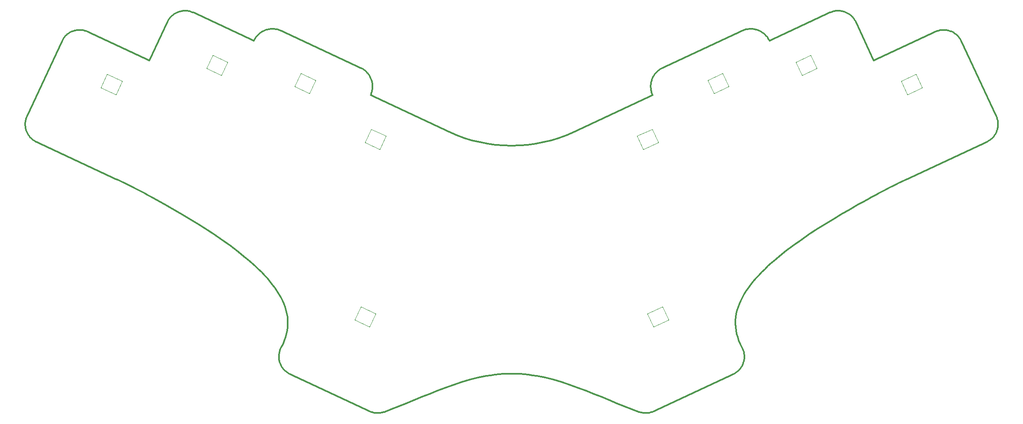
<source format=gm1>
%TF.GenerationSoftware,KiCad,Pcbnew,7.0.5*%
%TF.CreationDate,2023-06-04T15:55:19-04:00*%
%TF.ProjectId,epsilon-kb,65707369-6c6f-46e2-9d6b-622e6b696361,rev?*%
%TF.SameCoordinates,Original*%
%TF.FileFunction,Profile,NP*%
%FSLAX46Y46*%
G04 Gerber Fmt 4.6, Leading zero omitted, Abs format (unit mm)*
G04 Created by KiCad (PCBNEW 7.0.5) date 2023-06-04 15:55:19*
%MOMM*%
%LPD*%
G01*
G04 APERTURE LIST*
%TA.AperFunction,Profile*%
%ADD10C,0.349999*%
%TD*%
%TA.AperFunction,Profile*%
%ADD11C,0.120000*%
%TD*%
G04 APERTURE END LIST*
D10*
X101175181Y-58524631D02*
X100968103Y-58512033D01*
X58146973Y-60034216D02*
X58017902Y-60183466D01*
X201017337Y-58924198D02*
X200831103Y-58840890D01*
X158205634Y-81412529D02*
X156586862Y-81815796D01*
X180882034Y-66613045D02*
X180693358Y-66719134D01*
X216072669Y-54937466D02*
X215880490Y-54999014D01*
X197722018Y-124793231D02*
X197657997Y-124595282D01*
X220816833Y-57087914D02*
X220725125Y-56903558D01*
X178675804Y-69703200D02*
X178648488Y-69906199D01*
X241982142Y-60183415D02*
X241853070Y-60034163D01*
X249046758Y-80816258D02*
X249173490Y-80668778D01*
X161967850Y-131696041D02*
X163633087Y-132292782D01*
X50029701Y-77208398D02*
X49988394Y-77402665D01*
X80273566Y-55682952D02*
X80126086Y-55809682D01*
X178738475Y-71350772D02*
X178793051Y-71556250D01*
X238552064Y-58740164D02*
X238357043Y-58761718D01*
X195573364Y-129544926D02*
X195765426Y-129449141D01*
X145685561Y-129754130D02*
X146546737Y-129640644D01*
X196127043Y-129231700D02*
X196296350Y-129110796D01*
X102128926Y-125595805D02*
X102117811Y-125797242D01*
X217433146Y-54784900D02*
X217239501Y-54777731D01*
X198824857Y-58524617D02*
X198617650Y-58547513D01*
X50163199Y-79501994D02*
X50233128Y-79680738D01*
X99168916Y-58840880D02*
X98982680Y-58924188D01*
X206387817Y-104240681D02*
X207959060Y-103057301D01*
X238746962Y-58728306D02*
X238552064Y-58740164D01*
X178893218Y-137301381D02*
X179077956Y-137231410D01*
X176201264Y-137285580D02*
X176389330Y-137348798D01*
X200447946Y-58701428D02*
X200251732Y-58645534D01*
X220151152Y-56085872D02*
X220015612Y-55944004D01*
X200831103Y-58840890D02*
X200641187Y-58766589D01*
X50707527Y-80515817D02*
X50826508Y-80668765D01*
X50826508Y-80668765D02*
X50953239Y-80816245D01*
X242219539Y-60503592D02*
X242104410Y-60339933D01*
X202188098Y-59748768D02*
X202037568Y-59606011D01*
X212900421Y-99673946D02*
X214579956Y-98609699D01*
X197022848Y-128399579D02*
X197143269Y-128238642D01*
X50101872Y-79320118D02*
X50163199Y-79501994D01*
X196296350Y-129110796D02*
X196457819Y-128982277D01*
X82954932Y-54780050D02*
X82760495Y-54777768D01*
X152590942Y-129551479D02*
X153453262Y-129640681D01*
X241575848Y-59757933D02*
X241428367Y-59631201D01*
X219543716Y-95643308D02*
X221135650Y-94738766D01*
X102261094Y-126983479D02*
X102318805Y-127173926D01*
X153308339Y-82353483D02*
X151656039Y-82487903D01*
X220517619Y-56555300D02*
X220402491Y-56391640D01*
X103830337Y-120534687D02*
X103918038Y-119845655D01*
X158593384Y-130653355D02*
X160287277Y-131145381D01*
X50398301Y-80027502D02*
X50493302Y-80194850D01*
X197657997Y-124595282D02*
X197583022Y-124399167D01*
X151656039Y-82487903D02*
X150000015Y-82532708D01*
X83927314Y-54937489D02*
X83733924Y-54886126D01*
X239895029Y-58853952D02*
X239707892Y-58810191D01*
X96960602Y-60964144D02*
X96960602Y-60964144D01*
X98622669Y-59117314D02*
X98449605Y-59226874D01*
X202090652Y-107927509D02*
X202753433Y-107300213D01*
X249403584Y-80357747D02*
X249506702Y-80194864D01*
X98982680Y-58924188D02*
X98800480Y-59016375D01*
X121119636Y-68913851D02*
X121045338Y-68723936D01*
X82086837Y-96591671D02*
X80456315Y-95643253D01*
X196234222Y-117113705D02*
X196392761Y-116437023D01*
X80426515Y-55563971D02*
X80273566Y-55682952D01*
X83733924Y-54886126D02*
X83539657Y-54844822D01*
X221135635Y-94738773D02*
X222678924Y-93880726D01*
X199851812Y-58562065D02*
X199648816Y-58534749D01*
X237391756Y-59019165D02*
X237203004Y-59101439D01*
X162935304Y-79665040D02*
X162935304Y-79665040D01*
X62608206Y-59019181D02*
X62417574Y-58947333D01*
X121324154Y-69703227D02*
X121287184Y-69502135D01*
X180512011Y-66833517D02*
X180338124Y-66955840D01*
X97962435Y-59605994D02*
X97811902Y-59748752D01*
X102001262Y-58679325D02*
X101795785Y-58624748D01*
X102408000Y-58821062D02*
X102205452Y-58744719D01*
X226927933Y-91610165D02*
X227570481Y-91278964D01*
X179458681Y-67836632D02*
X179340627Y-68004595D01*
X75485267Y-65018108D02*
X62796959Y-59101452D01*
X248621279Y-81222545D02*
X248770531Y-81093475D01*
X230968598Y-89595112D02*
X231454956Y-89366275D01*
X50493302Y-80194850D02*
X50596418Y-80357733D01*
X119828168Y-67085785D02*
X119661874Y-66955878D01*
X216254821Y-97581424D02*
X217913192Y-96591747D01*
X238357043Y-58761718D02*
X238162230Y-58793086D01*
X62225397Y-58885790D02*
X62032008Y-58834427D01*
X202469245Y-60058080D02*
X202332109Y-59899501D01*
X237582391Y-58947311D02*
X237391756Y-59019165D01*
X121261485Y-71350781D02*
X121305372Y-71144373D01*
X49935474Y-77792497D02*
X49923619Y-77987391D01*
X50049267Y-79135446D02*
X50101872Y-79320118D01*
X224514740Y-65018108D02*
X224514740Y-65018108D01*
X102600258Y-124013967D02*
X102502998Y-124205283D01*
X220625275Y-56725980D02*
X220517619Y-56555300D01*
X224514740Y-65018108D02*
X220816833Y-57087918D01*
X196309403Y-121226101D02*
X196169709Y-120534771D01*
X202753433Y-107300213D02*
X203439881Y-106677738D01*
X179585101Y-67674126D02*
X179458681Y-67836632D01*
X176964516Y-137480830D02*
X177158723Y-137505686D01*
X242518752Y-61036208D02*
X249703277Y-76443440D01*
X216460330Y-54844792D02*
X216266061Y-54886100D01*
X151727768Y-129487301D02*
X152590940Y-129551502D01*
X126796494Y-136143841D02*
X128333970Y-135526249D01*
X196597108Y-115763026D02*
X196845917Y-115091808D01*
X178858444Y-71760440D02*
X178934784Y-71962989D01*
X87099640Y-99673840D02*
X85420096Y-98609600D01*
X103703612Y-129110820D02*
X103872917Y-129231724D01*
X179037936Y-68537667D02*
X178954626Y-68723902D01*
X171666014Y-135526263D02*
X173203491Y-136143855D01*
X123610626Y-137348769D02*
X123798691Y-137285550D01*
X201880872Y-59471360D02*
X201718366Y-59344942D01*
X229926162Y-90097576D02*
X230458938Y-89838893D01*
X197825794Y-126594824D02*
X197854757Y-126397399D01*
X178648488Y-69906199D02*
X178630959Y-70110752D01*
X97530750Y-60058063D02*
X97400842Y-60224360D01*
X103872917Y-129231724D02*
X104049934Y-129344632D01*
X119306649Y-66719171D02*
X119117979Y-66613081D01*
X120414880Y-67674164D02*
X120280230Y-67517465D01*
X179077956Y-137231410D02*
X179259796Y-137152042D01*
X51378717Y-81222534D02*
X51535231Y-81344800D01*
X138616449Y-80337128D02*
X137064728Y-79665012D01*
X220015612Y-55944004D02*
X219873934Y-55809644D01*
X101795785Y-58624748D02*
X101589376Y-58580859D01*
X240954447Y-59297990D02*
X240787096Y-59202989D01*
X162935304Y-79665040D02*
X161383581Y-80337151D01*
X99358833Y-58766582D02*
X99168916Y-58840880D01*
X166909913Y-133573009D02*
X168518005Y-134231227D01*
X101589376Y-58580859D02*
X101382390Y-58547529D01*
X82760495Y-54777768D02*
X82566851Y-54784939D01*
X61253019Y-58728355D02*
X61058584Y-58726075D01*
X201550404Y-59226888D02*
X201377343Y-59117327D01*
X178661258Y-70937375D02*
X178694589Y-71144362D01*
X121287184Y-69502135D02*
X121240688Y-69303306D01*
X83344846Y-54813454D02*
X83149828Y-54791904D01*
X79374754Y-56726011D02*
X79274905Y-56903586D01*
X59045577Y-59298055D02*
X58882696Y-59401172D01*
X50311535Y-79856019D02*
X50398301Y-80027502D01*
X161383581Y-80337151D02*
X159805784Y-80919647D01*
X120740173Y-137152050D02*
X120922014Y-137231417D01*
X218193125Y-54905665D02*
X218005988Y-54861904D01*
X102608551Y-58908478D02*
X102408000Y-58821062D01*
X51535231Y-81344800D02*
X51698890Y-81459928D01*
X176579465Y-137402402D02*
X176771312Y-137446406D01*
X84498878Y-55153156D02*
X84310125Y-55070883D01*
X57672857Y-60674312D02*
X57573009Y-60851888D01*
X97058043Y-60768266D02*
X96960602Y-60964144D01*
X99947124Y-58599036D02*
X99748291Y-58645530D01*
X177158723Y-137505686D02*
X177353577Y-137520985D01*
X103877318Y-117792869D02*
X103765846Y-117113574D01*
X180338124Y-66955840D02*
X180171826Y-67085747D01*
X102277947Y-124793255D02*
X102224758Y-124992657D01*
X58282513Y-59892351D02*
X58146973Y-60034216D01*
X228792359Y-90659230D02*
X229370515Y-90371067D01*
X50233128Y-79680738D02*
X50311535Y-79856019D01*
X99157113Y-109195545D02*
X98546821Y-108559239D01*
X238941402Y-58726021D02*
X238746962Y-58728306D01*
X101742630Y-112436726D02*
X101293197Y-111781109D01*
X216655142Y-54813425D02*
X216460330Y-54844792D01*
X217045062Y-54780014D02*
X216850165Y-54791872D01*
X197998781Y-58679298D02*
X197794591Y-58744688D01*
X148272232Y-129487293D02*
X149135970Y-129448596D01*
X197583022Y-124399167D02*
X197496965Y-124205261D01*
X197537863Y-127545173D02*
X197614116Y-127361267D01*
X102462100Y-127545198D02*
X102547435Y-127725266D01*
X101382390Y-58547529D02*
X101175181Y-58524631D01*
X58571666Y-59631261D02*
X58424190Y-59757992D01*
X178132393Y-137486981D02*
X178325173Y-137454754D01*
X145046842Y-82129436D02*
X143413168Y-81815781D01*
X121065182Y-71962990D02*
X121141519Y-71760445D01*
X102641729Y-127901119D02*
X102744856Y-128072378D01*
X81086311Y-55167977D02*
X80914828Y-55254743D01*
X121206911Y-71556256D02*
X121261485Y-71350781D01*
X178759273Y-69303275D02*
X178712775Y-69502108D01*
X49970710Y-78759048D02*
X50005506Y-78948311D01*
X177548728Y-137526751D02*
X177743815Y-137522994D01*
X197471374Y-113758130D02*
X197845093Y-113095898D01*
X150000015Y-82532708D02*
X148343991Y-82487900D01*
X103388634Y-128846540D02*
X103542142Y-128982299D01*
X199031933Y-58512022D02*
X198824857Y-58524617D01*
X143413168Y-81815781D02*
X141794395Y-81412512D01*
X195765426Y-129449141D02*
X195950028Y-129344608D01*
X177743815Y-137522994D02*
X177938490Y-137509732D01*
X198410662Y-58580838D02*
X198204257Y-58624723D01*
X141406615Y-130653341D02*
X143111694Y-130231709D01*
X121106754Y-137301385D02*
X121294034Y-137361941D01*
X120977768Y-72163539D02*
X120977768Y-72163539D01*
X228192169Y-90961926D02*
X228792359Y-90659230D01*
X178880327Y-68913821D02*
X178815166Y-69107063D01*
X249857426Y-76822831D02*
X249785580Y-76632199D01*
X119487992Y-66833555D02*
X119306649Y-66719171D01*
X102341968Y-124595306D02*
X102277947Y-124793255D01*
X240440330Y-59037813D02*
X240261581Y-58967884D01*
X102385848Y-127361292D02*
X102462100Y-127545198D01*
X49921337Y-78181829D02*
X49928504Y-78375473D01*
X59738429Y-58967950D02*
X59559685Y-59037879D01*
X196845917Y-115091808D02*
X197137832Y-114423473D01*
X241428367Y-59631201D02*
X241275416Y-59512217D01*
X176389330Y-137348798D02*
X176579465Y-137402402D01*
X100555765Y-58517221D02*
X100351214Y-58534752D01*
X97811902Y-59748752D02*
X97667889Y-59899484D01*
X120137476Y-67366935D02*
X119986747Y-67222924D01*
X220280225Y-56235124D02*
X220151152Y-56085872D01*
X75117524Y-92686299D02*
X74416893Y-92314076D01*
X98800480Y-59016375D02*
X98622669Y-59117314D01*
X250043005Y-77597482D02*
X250011639Y-77402671D01*
X248770531Y-81093475D02*
X248912398Y-80957935D01*
X179862512Y-67366896D02*
X179719753Y-67517427D01*
X121674803Y-137454750D02*
X121867582Y-137486975D01*
X178638362Y-70730166D02*
X178661258Y-70937375D01*
X120922014Y-137231417D02*
X121106754Y-137301385D01*
X83539657Y-54844822D02*
X83344846Y-54813454D01*
X173203505Y-136143856D02*
X174715439Y-136731754D01*
X70073843Y-90097575D02*
X69541055Y-89838894D01*
X121338699Y-70937388D02*
X121361596Y-70730182D01*
X197845093Y-113095898D02*
X198257463Y-112436900D01*
X179022201Y-72163540D02*
X179022201Y-72163540D01*
X103498237Y-121919658D02*
X103690635Y-121226032D01*
X119661874Y-66955878D02*
X119487992Y-66833555D01*
X81994015Y-54861945D02*
X81806880Y-54905705D01*
X247768495Y-81759148D02*
X231454956Y-89366275D01*
X218005988Y-54861904D02*
X217816725Y-54827107D01*
X198204257Y-58624723D02*
X197998781Y-58679298D01*
X100289520Y-110480618D02*
X99738571Y-109836071D01*
X59920303Y-58906622D02*
X59738429Y-58967950D01*
X73072075Y-91610157D02*
X72429519Y-91278957D01*
X103243208Y-128703918D02*
X103388634Y-128846540D01*
X96960602Y-60964144D02*
X84498878Y-55153156D01*
X237203004Y-59101439D02*
X224514740Y-65018108D01*
X249506702Y-80194864D02*
X249601705Y-80027515D01*
X128333984Y-135526257D02*
X129896179Y-134885784D01*
X178793051Y-71556250D02*
X178858444Y-71760440D01*
X178694589Y-71144362D02*
X178738475Y-71350772D01*
X239135047Y-58733190D02*
X238941402Y-58726021D01*
X153453262Y-129640652D02*
X154314438Y-129754139D01*
X241853070Y-60034163D02*
X241717528Y-59892294D01*
X80914828Y-55254743D02*
X80747479Y-55349745D01*
X249918972Y-77015012D02*
X249857426Y-76822831D01*
X49957026Y-77597476D02*
X49935474Y-77792497D01*
X103252617Y-122615537D02*
X103498237Y-121919658D01*
X249601705Y-80027515D02*
X249688472Y-79856032D01*
X220725125Y-56903558D02*
X220625275Y-56725980D01*
X81261590Y-55089568D02*
X81086311Y-55167977D01*
X61447913Y-58740209D02*
X61253019Y-58728355D01*
X215501098Y-55153141D02*
X203039383Y-60964157D01*
X224882492Y-92686322D02*
X225583114Y-92314091D01*
X50596418Y-80357733D02*
X50707527Y-80515817D01*
X51229465Y-81093462D02*
X51378717Y-81222534D01*
X149135971Y-129448582D02*
X150000000Y-129435680D01*
X121483502Y-137413068D02*
X121674803Y-137454750D01*
X168518020Y-134231236D02*
X170103836Y-134885784D01*
X237774570Y-58885762D02*
X237582391Y-58947311D01*
X178630959Y-70110752D02*
X178623340Y-70316499D01*
X200842987Y-109195728D02*
X201453262Y-108559414D01*
X196747407Y-122615565D02*
X196501784Y-121919712D01*
X249173490Y-80668778D02*
X249292472Y-80515831D01*
X202332109Y-59899501D02*
X202188098Y-59748768D01*
X99738571Y-109836071D02*
X99157113Y-109195545D01*
X197794591Y-58744688D02*
X197592043Y-58821025D01*
X198617650Y-58547513D02*
X198410662Y-58580838D01*
X195573364Y-129544926D02*
X195573364Y-129544926D01*
X249688472Y-79856032D02*
X249766881Y-79680751D01*
X196169693Y-120534763D02*
X196081985Y-119845737D01*
X155174178Y-129891140D02*
X156032226Y-130050695D01*
X181077911Y-66515606D02*
X197391449Y-58908478D01*
X102502998Y-124205283D02*
X102416942Y-124399191D01*
X219415420Y-55452821D02*
X219252537Y-55349702D01*
X50296737Y-76443443D02*
X50214463Y-76632197D01*
X59559685Y-59037879D02*
X59384406Y-59116287D01*
X58882696Y-59401172D02*
X58724614Y-59512282D01*
X217816725Y-54827107D02*
X217625666Y-54801400D01*
X62796959Y-59101452D02*
X62796959Y-59101452D01*
X138032148Y-131696033D02*
X139712723Y-131145374D01*
X102174171Y-126594850D02*
X102212840Y-126790327D01*
X241275416Y-59512217D02*
X241117333Y-59401107D01*
X50953239Y-80816245D02*
X51087599Y-80957921D01*
X120869844Y-68355503D02*
X120768906Y-68177695D01*
X83745209Y-97581333D02*
X82086837Y-96591671D01*
X137064728Y-79665012D02*
X137064728Y-79665012D01*
X60481368Y-58775456D02*
X60292106Y-58810253D01*
X250064553Y-77792503D02*
X250043005Y-77597482D01*
X58017902Y-60183466D02*
X57895637Y-60339981D01*
X196392776Y-116437023D02*
X196597122Y-115763027D01*
X102116903Y-125998243D02*
X102126077Y-126198430D01*
X197871038Y-125595778D02*
X197849593Y-125394284D01*
X215689854Y-55070866D02*
X215501098Y-55153141D01*
X49988394Y-77402665D02*
X49957026Y-77597476D01*
X98546821Y-108559239D02*
X97909431Y-107927334D01*
X196756753Y-128703895D02*
X196893969Y-128554791D01*
X240787096Y-59202989D02*
X240615610Y-59116222D01*
X119986747Y-67222924D02*
X119828168Y-67085785D01*
X125284576Y-136731754D02*
X126796509Y-136143841D01*
X237967962Y-58834394D02*
X237774570Y-58885762D01*
X248912398Y-80957935D02*
X249046758Y-80816258D01*
X211228562Y-100771603D02*
X212900421Y-99673946D01*
X60672424Y-58749748D02*
X60481368Y-58775456D01*
X250011639Y-77402671D02*
X249970334Y-77208402D01*
X196082017Y-119845745D02*
X196045608Y-119159077D01*
X217913193Y-96591740D02*
X219543701Y-95643307D01*
X97400842Y-60224360D02*
X97278518Y-60398246D01*
X199648816Y-58534749D02*
X199444267Y-58517217D01*
X104234535Y-129449165D02*
X104426597Y-129544949D01*
X241117333Y-59401107D02*
X240954447Y-59297990D01*
X196122743Y-117792996D02*
X196234222Y-117113712D01*
X79597535Y-56391675D02*
X79482407Y-56555332D01*
X219873934Y-55809644D02*
X219726453Y-55682912D01*
X225583114Y-92314091D02*
X226265214Y-91955288D01*
X51869565Y-81567583D02*
X52047144Y-81667432D01*
X88771500Y-100771481D02*
X87099640Y-99673840D01*
X57895637Y-60339981D02*
X57780512Y-60503636D01*
X250029306Y-78759059D02*
X250055016Y-78568001D01*
X79274905Y-56903586D02*
X79183197Y-57087940D01*
X102154991Y-113095722D02*
X101742630Y-112436726D01*
X120740173Y-137152050D02*
X120740173Y-137152050D01*
X100761513Y-58509606D02*
X100555765Y-58517221D01*
X197452528Y-127725241D02*
X197537863Y-127545173D01*
X180171826Y-67085747D02*
X180013245Y-67222884D01*
X72429519Y-91278957D02*
X71807831Y-90961918D01*
X131481979Y-134231236D02*
X133090072Y-133573002D01*
X197681161Y-127173900D02*
X197738871Y-126983453D01*
X81622209Y-54958311D02*
X81440334Y-55019641D01*
X199238523Y-58509598D02*
X199031933Y-58512022D01*
X198257463Y-112436900D02*
X198706909Y-111781284D01*
X121184796Y-69107092D02*
X121119636Y-68913851D01*
X200261535Y-109836247D02*
X200843002Y-109195721D01*
X214579956Y-98609699D02*
X216254838Y-97581425D01*
X76570633Y-93469898D02*
X75835762Y-93071665D01*
X202941944Y-60768282D02*
X202835856Y-60579606D01*
X150864028Y-129448589D02*
X151727768Y-129487286D01*
X197592043Y-58821025D02*
X197391494Y-58908440D01*
X102600258Y-124013967D02*
X102953377Y-123313648D01*
X203039383Y-60964157D02*
X202941944Y-60768282D01*
X177353577Y-137520985D02*
X177548728Y-137526751D01*
X202037568Y-59606011D02*
X201880872Y-59471360D01*
X98281641Y-59344928D02*
X98119133Y-59471344D01*
X60292106Y-58810253D02*
X60104973Y-58854015D01*
X71807831Y-90961918D02*
X71207642Y-90659220D01*
X219726453Y-55682912D02*
X219573504Y-55563930D01*
X248130427Y-81567592D02*
X248301106Y-81459938D01*
X120541295Y-67836670D02*
X120414880Y-67674164D01*
X90422981Y-101900051D02*
X88771499Y-100771488D01*
X242518752Y-61036208D02*
X242427044Y-60851852D01*
X99552077Y-58701422D02*
X99358833Y-58766582D01*
X103154159Y-115091656D02*
X102862259Y-114423313D01*
X202835856Y-60579606D02*
X202721473Y-60398262D01*
X230458938Y-89838893D02*
X230968597Y-89595104D01*
X203039383Y-60964157D02*
X203039383Y-60964157D01*
X96560211Y-106677578D02*
X95851829Y-106060154D01*
X121294034Y-137361941D02*
X121483502Y-137413068D01*
X122646391Y-137520969D02*
X122841243Y-137505665D01*
X238162230Y-58793086D02*
X237967962Y-58834394D01*
X103542142Y-128982299D02*
X103703612Y-129110820D01*
X174715423Y-136731754D02*
X176201263Y-137285587D01*
X99748291Y-58645530D02*
X99552077Y-58701422D01*
X58724614Y-59512282D02*
X58571666Y-59631261D01*
X123035448Y-137480808D02*
X123228651Y-137446382D01*
X249836811Y-79502006D02*
X249898140Y-79320130D01*
X49945004Y-78567991D02*
X49970710Y-78759048D01*
X195950028Y-129344608D02*
X196127043Y-129231700D01*
X197255106Y-128072353D02*
X197358234Y-127901094D01*
X61837742Y-58793124D02*
X61642931Y-58761759D01*
X129896164Y-134885783D02*
X131481979Y-134231236D01*
X201453262Y-108559414D02*
X202090652Y-107927509D01*
X197775206Y-124992631D02*
X197722018Y-124793231D01*
X97667889Y-59899484D02*
X97530750Y-60058063D01*
X79984411Y-55944044D02*
X79848871Y-56085909D01*
X121867582Y-137486975D02*
X122061485Y-137509725D01*
X79848871Y-56085909D02*
X79719801Y-56235160D01*
X201199535Y-59016386D02*
X201017337Y-58924198D01*
X197817689Y-125193109D02*
X197775206Y-124992631D01*
X197738871Y-126983453D02*
X197787125Y-126790302D01*
X62032008Y-58834427D02*
X61837742Y-58793124D01*
X248464763Y-81344811D02*
X248621279Y-81222545D01*
X178625765Y-70523089D02*
X178638362Y-70730166D01*
X163633072Y-132292782D02*
X165281037Y-132922717D01*
X69031394Y-89595112D02*
X68545035Y-89366276D01*
X197496965Y-124205261D02*
X197399704Y-124013943D01*
X178934784Y-71962989D02*
X179022201Y-72163540D01*
X50214463Y-76632197D02*
X50142613Y-76822830D01*
X250071517Y-78375482D02*
X250078688Y-78181837D01*
X179259796Y-137152042D02*
X179259796Y-137152042D01*
X81806880Y-54905705D02*
X81622209Y-54958311D01*
X197849593Y-125394284D02*
X197817689Y-125193109D01*
X218738422Y-55089526D02*
X218559675Y-55019597D01*
X165281051Y-132922726D02*
X166909927Y-133573017D01*
X82374334Y-54801439D02*
X82183277Y-54827148D01*
X121368998Y-70110771D02*
X121351468Y-69906223D01*
X93612259Y-104240527D02*
X92040999Y-103057157D01*
X224164245Y-93071697D02*
X224882492Y-92686322D01*
X59384406Y-59116287D02*
X59212926Y-59203053D01*
X73734793Y-91955273D02*
X73072075Y-91610157D01*
X222678924Y-93880726D02*
X223429381Y-93469930D01*
X121374192Y-70523106D02*
X121376618Y-70316519D01*
X123798736Y-137285581D02*
X125284576Y-136731747D01*
X215880490Y-54999014D02*
X215689854Y-55070866D01*
X196045593Y-119159068D02*
X196059494Y-118474797D01*
X217625666Y-54801400D02*
X217433146Y-54784900D01*
X102744856Y-128072378D02*
X102856693Y-128238666D01*
X81440334Y-55019641D02*
X81261590Y-55089568D01*
X79719801Y-56235160D02*
X79597535Y-56391675D01*
X242327194Y-60674273D02*
X242219539Y-60503592D01*
X178712775Y-69502108D02*
X178675804Y-69703200D01*
X216266061Y-54886100D02*
X216072669Y-54937466D01*
X136366913Y-132292773D02*
X138032148Y-131696033D01*
X83149828Y-54791904D02*
X82954932Y-54780050D01*
X218913703Y-55167934D02*
X218738422Y-55089526D01*
X85420096Y-98609600D02*
X83745209Y-97581333D01*
X79183174Y-57087914D02*
X75485267Y-65018108D01*
X98119133Y-59471344D02*
X97962435Y-59605994D01*
X179259796Y-137152042D02*
X195573364Y-129544926D01*
X77321090Y-93880688D02*
X76570633Y-93469898D01*
X58424190Y-59757992D02*
X58282513Y-59892351D01*
X178954626Y-68723902D02*
X178880327Y-68913821D01*
X62417574Y-58947333D02*
X62225397Y-58885790D01*
X179130125Y-68355467D02*
X179037936Y-68537667D01*
X57481247Y-61036209D02*
X50296737Y-76443443D01*
X178623340Y-70316499D02*
X178625765Y-70523089D01*
X61642931Y-58761759D02*
X61447913Y-58740209D01*
X122841243Y-137505665D02*
X123035448Y-137480808D01*
X250055016Y-78568001D02*
X250071517Y-78375482D01*
X219252537Y-55349702D02*
X219085186Y-55254699D01*
X122061485Y-137509725D02*
X122256157Y-137522984D01*
X102205452Y-58744719D02*
X102001262Y-58679325D01*
X201718366Y-59344942D02*
X201550404Y-59226888D01*
X78864380Y-94738720D02*
X77321090Y-93880688D01*
X140194247Y-80919627D02*
X138616449Y-80337128D01*
X197873888Y-126198404D02*
X197883061Y-125998216D01*
X200641187Y-58766589D02*
X200447946Y-58701428D01*
X82183277Y-54827148D02*
X81994015Y-54861945D01*
X249994509Y-78948323D02*
X250029306Y-78759059D01*
X196893969Y-128554791D02*
X197022848Y-128399579D01*
X178815166Y-69107063D02*
X178759273Y-69303275D01*
X250076408Y-77987399D02*
X250064553Y-77792503D01*
X84310125Y-55070883D02*
X84119492Y-54999036D01*
X207959077Y-103057301D02*
X209577102Y-101900181D01*
X119117979Y-66613081D02*
X118922104Y-66515640D01*
X84498878Y-55153156D02*
X84498878Y-55153156D01*
X204876860Y-105448170D02*
X206387817Y-104240681D01*
X102117811Y-125797242D02*
X102116903Y-125998243D01*
X249898140Y-79320130D02*
X249950747Y-79135458D01*
X156586862Y-81815796D02*
X154953189Y-82129445D01*
X218559675Y-55019597D02*
X218377798Y-54958269D01*
X121376618Y-70316519D02*
X121368998Y-70110771D01*
X196501785Y-121919704D02*
X196309402Y-121226093D01*
X121141519Y-71760445D02*
X121206911Y-71556256D01*
X121305372Y-71144373D02*
X121338699Y-70937388D01*
X143967774Y-130050686D02*
X144825821Y-129891133D01*
X102547435Y-127725266D02*
X102641729Y-127901119D01*
X60104973Y-58854015D02*
X59920303Y-58906622D01*
X59212926Y-59203053D02*
X59045577Y-59298055D01*
X199191803Y-111129200D02*
X199710556Y-110480801D01*
X199710573Y-110480801D02*
X200261535Y-109836253D01*
X146691691Y-82353475D02*
X145046842Y-82129436D01*
X217239501Y-54777731D02*
X217045062Y-54780014D01*
X240079703Y-58906557D02*
X239895029Y-58853952D01*
X69541055Y-89838894D02*
X69031394Y-89595112D01*
X121361596Y-70730182D02*
X121374192Y-70523106D01*
X70629494Y-90371058D02*
X70073843Y-90097575D01*
X95851829Y-106060154D02*
X95123230Y-105448010D01*
X199444267Y-58517217D02*
X199238523Y-58509598D01*
X122451244Y-137526738D02*
X122646391Y-137520969D01*
X50005506Y-78948311D02*
X50049267Y-79135446D01*
X120280230Y-67517465D02*
X120137476Y-67366935D01*
X52047144Y-81667432D02*
X52231498Y-81759140D01*
X102862259Y-114423313D02*
X102528709Y-113757961D01*
X146546737Y-129640644D02*
X147409057Y-129551442D01*
X160287262Y-131145382D02*
X161967834Y-131696041D01*
X197046631Y-123313656D02*
X196747407Y-122615565D01*
X226265214Y-91955288D02*
X226927933Y-91610165D01*
X197854757Y-126397399D02*
X197873888Y-126198404D01*
X95123230Y-105448010D02*
X93612259Y-104240527D01*
X49923619Y-77987391D02*
X49921337Y-78181829D01*
X241717528Y-59892294D02*
X241575848Y-59757933D01*
X103940559Y-118474681D02*
X103877358Y-117792858D01*
X156888305Y-130231724D02*
X158593384Y-130653355D01*
X102224758Y-124992657D02*
X102182274Y-125193134D01*
X84119492Y-54999036D02*
X83927314Y-54937489D01*
X197137832Y-114423473D02*
X197471391Y-113758130D01*
X178516473Y-137413068D02*
X178705940Y-137361939D01*
X102953377Y-123313640D02*
X103252617Y-122615527D01*
X219573504Y-55563930D02*
X219415420Y-55452821D01*
X97909431Y-107927334D02*
X97246651Y-107300045D01*
X98449605Y-59226874D02*
X98281641Y-59344928D01*
X209577102Y-101900181D02*
X211228562Y-100771603D01*
X250078688Y-78181837D02*
X250076408Y-77987399D01*
X50142613Y-76822830D02*
X50081066Y-77015009D01*
X49928504Y-78375473D02*
X49945004Y-78567991D01*
X242427044Y-60851852D02*
X242327194Y-60674273D01*
X75835762Y-93071665D02*
X75117524Y-92686299D01*
X51698890Y-81459928D02*
X51869565Y-81567583D01*
X239327568Y-58749690D02*
X239135047Y-58733190D01*
X102182274Y-125193134D02*
X102150372Y-125394309D01*
X102416942Y-124399191D02*
X102341968Y-124595306D01*
X75485267Y-65018108D02*
X75485267Y-65018108D01*
X79482407Y-56555332D02*
X79374754Y-56726011D01*
X229370512Y-90371059D02*
X229926162Y-90097576D01*
X179340627Y-68004595D02*
X179231066Y-68177658D01*
X61058584Y-58726075D02*
X60864940Y-58733246D01*
X180013245Y-67222884D02*
X179862512Y-67366896D01*
X102856693Y-128238666D02*
X102977114Y-128399603D01*
X100968103Y-58512033D02*
X100761513Y-58509606D01*
X179022201Y-72163540D02*
X162935304Y-79665040D01*
X176771312Y-137446406D02*
X176964516Y-137480830D01*
X219085186Y-55254699D02*
X218913703Y-55167934D01*
X120962031Y-68537700D02*
X120869844Y-68355503D01*
X97246651Y-107300045D02*
X96560211Y-106677578D01*
X159805784Y-80919647D02*
X158205634Y-81412529D01*
X197883061Y-125998216D02*
X197882153Y-125797216D01*
X121240688Y-69303306D02*
X121184796Y-69107092D01*
X247952847Y-81667441D02*
X248130427Y-81567592D01*
X52231497Y-81759148D02*
X68545035Y-89366276D01*
X200251732Y-58645534D02*
X200052904Y-58599037D01*
X103918022Y-119845646D02*
X103954423Y-119158963D01*
X57573009Y-60851888D02*
X57481299Y-61036240D01*
X196059494Y-118474804D02*
X196122696Y-117792994D01*
X242104410Y-60339933D02*
X241982142Y-60183415D01*
X144825821Y-129891133D02*
X145685578Y-129754131D01*
X249785580Y-76632199D02*
X249703307Y-76443443D01*
X120977768Y-72163539D02*
X121065182Y-71962990D01*
X204148254Y-106060321D02*
X204876861Y-105448177D01*
X50081066Y-77015009D02*
X50029701Y-77208398D01*
X237203004Y-59101439D02*
X237203004Y-59101439D01*
X196457819Y-128982277D02*
X196611328Y-128846516D01*
X180693358Y-66719134D02*
X180512011Y-66833517D01*
X240261581Y-58967884D02*
X240079703Y-58906557D01*
X97278518Y-60398246D02*
X97164133Y-60579591D01*
X92040999Y-103057157D02*
X90422981Y-101900051D01*
X60864940Y-58733246D02*
X60672424Y-58749748D01*
X216850165Y-54791872D02*
X216655142Y-54813425D01*
X203439880Y-106677746D02*
X204148254Y-106060321D01*
X133090072Y-133573002D02*
X134718947Y-132922711D01*
X177938490Y-137509732D02*
X178132393Y-137486981D01*
X240615610Y-59116222D02*
X240440330Y-59037813D01*
X104426597Y-129544949D02*
X104426597Y-129544949D01*
X100351214Y-58534752D02*
X100148215Y-58562066D01*
X103765846Y-117113574D02*
X103607307Y-116436885D01*
X220402491Y-56391640D02*
X220280225Y-56235124D01*
X197882153Y-125797216D02*
X197871038Y-125595778D01*
X80747479Y-55349745D02*
X80584597Y-55452860D01*
X51087599Y-80957921D02*
X51229465Y-81093462D01*
X147409057Y-129551479D02*
X148272231Y-129487277D01*
X181077911Y-66515606D02*
X180882034Y-66613045D01*
X239707892Y-58810191D02*
X239518628Y-58775396D01*
X134718947Y-132922711D02*
X136366913Y-132292773D01*
X102212840Y-126790327D02*
X102261094Y-126983479D01*
X202599151Y-60224377D02*
X202469245Y-60058080D01*
X215501098Y-55153141D02*
X215501098Y-55153141D01*
X82566851Y-54784939D02*
X82374334Y-54801439D01*
X179719753Y-67517427D02*
X179585101Y-67674126D01*
X102126077Y-126198430D02*
X102145206Y-126397425D01*
X197787125Y-126790302D02*
X197825794Y-126594824D01*
X197614116Y-127361267D02*
X197681161Y-127173900D01*
X103607307Y-116436878D02*
X103402969Y-115762875D01*
X101293197Y-111781109D02*
X100808281Y-111129025D01*
X104049934Y-129344632D02*
X104234535Y-129449165D01*
X123420494Y-137402375D02*
X123610626Y-137348769D01*
X249970334Y-77208402D02*
X249918972Y-77015012D01*
X100148215Y-58562066D02*
X99947124Y-58599036D01*
X239518628Y-58775396D02*
X239327568Y-58749690D01*
X100808281Y-111129025D02*
X100289519Y-110480626D01*
X141794395Y-81412512D02*
X140194247Y-80919627D01*
X150000000Y-129435642D02*
X150864028Y-129448543D01*
X249766881Y-79680751D02*
X249836811Y-79502006D01*
X103954460Y-119158962D02*
X103940559Y-118474681D01*
X249292472Y-80515831D02*
X249403584Y-80357747D01*
X80584597Y-55452860D02*
X80426515Y-55563971D01*
X197143269Y-128238642D02*
X197255106Y-128072353D01*
X200052904Y-58599037D02*
X199851812Y-58562065D01*
X103690635Y-121226032D02*
X103830337Y-120534687D01*
X102318805Y-127173926D02*
X102385848Y-127361292D01*
X197399733Y-124013968D02*
X197046631Y-123313656D01*
X103402969Y-115762882D02*
X103154159Y-115091656D01*
X202721473Y-60398262D02*
X202599151Y-60224377D01*
X102977114Y-128399603D02*
X103105995Y-128554811D01*
X139712723Y-131145374D02*
X141406617Y-130653346D01*
X223429381Y-93469930D02*
X224164245Y-93071697D01*
X196611328Y-128846516D02*
X196756753Y-128703895D01*
X154314423Y-129754147D02*
X155174179Y-129891148D01*
X118922089Y-66515606D02*
X102608551Y-58908478D01*
X154953189Y-82129445D02*
X153308339Y-82353483D01*
X102150372Y-125394309D02*
X102128926Y-125595805D01*
X249950747Y-79135458D02*
X249994509Y-78948323D01*
X170103836Y-134885784D02*
X171666032Y-135526262D01*
X121351468Y-69906223D02*
X121324154Y-69703227D01*
X201377343Y-59117327D02*
X201199535Y-59016386D01*
X178325173Y-137454754D02*
X178516473Y-137413068D01*
X80126086Y-55809682D02*
X79984411Y-55944044D01*
X57780512Y-60503636D02*
X57672857Y-60674312D01*
X137064728Y-79665012D02*
X120977768Y-72163539D01*
X179231066Y-68177658D02*
X179130125Y-68355467D01*
X148343991Y-82487900D02*
X146691691Y-82353475D01*
X248301106Y-81459938D02*
X248464763Y-81344811D01*
X156032226Y-130050695D02*
X156888290Y-130231724D01*
X71207642Y-90659220D02*
X70629494Y-90371058D01*
X74416893Y-92314076D02*
X73734793Y-91955273D01*
X227570480Y-91278973D02*
X228192169Y-90961926D01*
X197358234Y-127901094D02*
X197452528Y-127725241D01*
X122256157Y-137522984D02*
X122451244Y-137526738D01*
X123228651Y-137446382D02*
X123420494Y-137402375D01*
X178705940Y-137361939D02*
X178893218Y-137301381D01*
X97164133Y-60579591D02*
X97058043Y-60768266D01*
X247768495Y-81759148D02*
X247952847Y-81667441D01*
X80456321Y-95643246D02*
X78864380Y-94738720D01*
X103105995Y-128554811D02*
X103243208Y-128703918D01*
X143111694Y-130231716D02*
X143967758Y-130050686D01*
X62796959Y-59101452D02*
X62608206Y-59019181D01*
X198706893Y-111781283D02*
X199191803Y-111129200D01*
X102528709Y-113757961D02*
X102154991Y-113095722D01*
X104426597Y-129544949D02*
X120740173Y-137152050D01*
X120659347Y-68004632D02*
X120541295Y-67836670D01*
X102145206Y-126397425D02*
X102174171Y-126594850D01*
X121045338Y-68723936D02*
X120962031Y-68537700D01*
X218377798Y-54958269D02*
X218193125Y-54905665D01*
X120768906Y-68177695D02*
X120659347Y-68004632D01*
D11*
%TO.C,D10*%
X177951778Y-117073839D02*
X179219633Y-119792763D01*
X182301080Y-118355861D02*
X181033225Y-115636937D01*
X179219633Y-119792763D02*
X182301080Y-118355861D01*
X181033225Y-115636937D02*
X177951778Y-117073839D01*
%TO.C,D6*%
X194684627Y-70377112D02*
X193416772Y-67658188D01*
X190335325Y-69095090D02*
X191603180Y-71814014D01*
X191603180Y-71814014D02*
X194684627Y-70377112D01*
X193416772Y-67658188D02*
X190335325Y-69095090D01*
%TO.C,D3*%
X108396821Y-71814014D02*
X109664676Y-69095090D01*
X109664676Y-69095090D02*
X106583229Y-67658188D01*
X106583229Y-67658188D02*
X105315374Y-70377112D01*
X105315374Y-70377112D02*
X108396821Y-71814014D01*
%TO.C,D9*%
X122048222Y-117073838D02*
X118966775Y-115636936D01*
X120780367Y-119792762D02*
X122048222Y-117073838D01*
X117698920Y-118355860D02*
X120780367Y-119792762D01*
X118966775Y-115636936D02*
X117698920Y-118355860D01*
%TO.C,D4*%
X122914233Y-83272951D02*
X124182088Y-80554027D01*
X124182088Y-80554027D02*
X121100641Y-79117125D01*
X121100641Y-79117125D02*
X119832786Y-81836049D01*
X119832786Y-81836049D02*
X122914233Y-83272951D01*
%TO.C,D7*%
X209712848Y-68058694D02*
X212794295Y-66621792D01*
X208444993Y-65339770D02*
X209712848Y-68058694D01*
X212794295Y-66621792D02*
X211526440Y-63902868D01*
X211526440Y-63902868D02*
X208444993Y-65339770D01*
%TO.C,D1*%
X65503780Y-70570087D02*
X68585227Y-72006989D01*
X66771635Y-67851163D02*
X65503780Y-70570087D01*
X68585227Y-72006989D02*
X69853082Y-69288065D01*
X69853082Y-69288065D02*
X66771635Y-67851163D01*
%TO.C,D5*%
X178899359Y-79117125D02*
X175817912Y-80554027D01*
X177085767Y-83272951D02*
X180167214Y-81836049D01*
X180167214Y-81836049D02*
X178899359Y-79117125D01*
X175817912Y-80554027D02*
X177085767Y-83272951D01*
%TO.C,D8*%
X231414771Y-72006989D02*
X234496218Y-70570087D01*
X234496218Y-70570087D02*
X233228363Y-67851163D01*
X233228363Y-67851163D02*
X230146916Y-69288065D01*
X230146916Y-69288065D02*
X231414771Y-72006989D01*
%TO.C,D2*%
X91555008Y-65339769D02*
X88473561Y-63902867D01*
X88473561Y-63902867D02*
X87205706Y-66621791D01*
X90287153Y-68058693D02*
X91555008Y-65339769D01*
X87205706Y-66621791D02*
X90287153Y-68058693D01*
%TD*%
M02*

</source>
